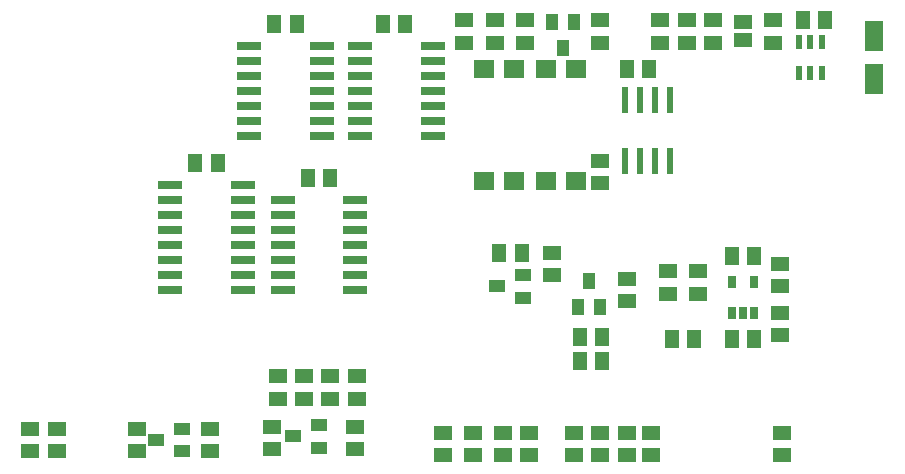
<source format=gbp>
G04 EAGLE Gerber RS-274X export*
G75*
%MOMM*%
%FSLAX34Y34*%
%LPD*%
%INSolderpaste Bottom*%
%IPPOS*%
%AMOC8*
5,1,8,0,0,1.08239X$1,22.5*%
G01*
%ADD10R,1.300000X1.500000*%
%ADD11R,1.500000X1.300000*%
%ADD12R,2.032000X0.660400*%
%ADD13R,1.000000X1.400000*%
%ADD14R,1.780000X1.550000*%
%ADD15R,0.550000X1.200000*%
%ADD16R,1.600200X1.168400*%
%ADD17R,1.600000X2.600000*%
%ADD18R,0.600000X2.200000*%
%ADD19R,1.400000X1.000000*%
%ADD20R,0.690000X0.990000*%


D10*
X387325Y298450D03*
X368325Y298450D03*
X482575Y285750D03*
X463575Y285750D03*
X454000Y415925D03*
X435000Y415925D03*
D11*
X647700Y400075D03*
X647700Y419075D03*
X711200Y419075D03*
X711200Y400075D03*
X622300Y419075D03*
X622300Y400075D03*
D12*
X475234Y396875D03*
X413766Y396875D03*
X475234Y384175D03*
X475234Y371475D03*
X413766Y384175D03*
X413766Y371475D03*
X475234Y358775D03*
X413766Y358775D03*
X475234Y346075D03*
X475234Y333375D03*
X413766Y346075D03*
X413766Y333375D03*
X475234Y320675D03*
X413766Y320675D03*
X569059Y396825D03*
X507591Y396825D03*
X569059Y384125D03*
X569059Y371425D03*
X507591Y384125D03*
X507591Y371425D03*
X569059Y358725D03*
X507591Y358725D03*
X569059Y346025D03*
X569059Y333325D03*
X507591Y346025D03*
X507591Y333325D03*
X569059Y320625D03*
X507591Y320625D03*
X408559Y279400D03*
X347091Y279400D03*
X408559Y266700D03*
X408559Y254000D03*
X347091Y266700D03*
X347091Y254000D03*
X408559Y241300D03*
X347091Y241300D03*
X408559Y228600D03*
X347091Y228600D03*
X408559Y215900D03*
X408559Y203200D03*
X347091Y215900D03*
X347091Y203200D03*
X408559Y190500D03*
X347091Y190500D03*
X503809Y266700D03*
X442341Y266700D03*
X503809Y254000D03*
X503809Y241300D03*
X442341Y254000D03*
X442341Y241300D03*
X503809Y228600D03*
X442341Y228600D03*
X503809Y215900D03*
X503809Y203200D03*
X442341Y215900D03*
X442341Y203200D03*
X503809Y190500D03*
X442341Y190500D03*
D10*
X546075Y415925D03*
X527075Y415925D03*
D13*
X679450Y395400D03*
X688950Y417400D03*
X669950Y417400D03*
D14*
X665163Y377900D03*
X690563Y377900D03*
X690563Y282500D03*
X665163Y282500D03*
D10*
X644500Y222250D03*
X625500Y222250D03*
D11*
X228600Y73000D03*
X228600Y54000D03*
X250825Y73000D03*
X250825Y54000D03*
X793750Y187350D03*
X793750Y206350D03*
D10*
X771550Y149225D03*
X790550Y149225D03*
D11*
X806450Y400075D03*
X806450Y419075D03*
X711200Y300013D03*
X711200Y281013D03*
D10*
X882675Y419100D03*
X901675Y419100D03*
D15*
X898500Y374349D03*
X889000Y374349D03*
X879500Y374349D03*
X879500Y400351D03*
X898500Y400351D03*
X889000Y400351D03*
D11*
X857250Y400075D03*
X857250Y419075D03*
D16*
X831850Y401955D03*
X831850Y417195D03*
D11*
X784225Y400075D03*
X784225Y419075D03*
X762000Y400075D03*
X762000Y419075D03*
D17*
X942975Y405350D03*
X942975Y369350D03*
D18*
X744538Y351438D03*
X744538Y299438D03*
X731838Y351438D03*
X757238Y351438D03*
X769938Y351438D03*
X731838Y299438D03*
X757238Y299438D03*
X769938Y299438D03*
D10*
X752450Y377825D03*
X733450Y377825D03*
D11*
X381000Y73000D03*
X381000Y54000D03*
X503238Y74588D03*
X503238Y55588D03*
D19*
X450963Y66675D03*
X472963Y57175D03*
X472963Y76175D03*
D20*
X841350Y171250D03*
X831850Y171250D03*
X822350Y171250D03*
X822350Y197150D03*
X841350Y197150D03*
D11*
X863600Y212700D03*
X863600Y193700D03*
X863600Y152425D03*
X863600Y171425D03*
D10*
X822350Y149225D03*
X841350Y149225D03*
D11*
X768350Y187350D03*
X768350Y206350D03*
X482600Y117450D03*
X482600Y98450D03*
X504825Y117450D03*
X504825Y98450D03*
X438150Y98450D03*
X438150Y117450D03*
X460375Y117450D03*
X460375Y98450D03*
D10*
X841350Y219075D03*
X822350Y219075D03*
D19*
X335075Y63500D03*
X357075Y54000D03*
X357075Y73000D03*
X624000Y193675D03*
X646000Y184175D03*
X646000Y203175D03*
D11*
X733425Y200000D03*
X733425Y181000D03*
X603250Y50825D03*
X603250Y69825D03*
D13*
X701675Y198325D03*
X692175Y176325D03*
X711175Y176325D03*
D11*
X577850Y50825D03*
X577850Y69825D03*
X669925Y222225D03*
X669925Y203225D03*
X650875Y50825D03*
X650875Y69825D03*
X628650Y69825D03*
X628650Y50825D03*
D14*
X638175Y282500D03*
X612775Y282500D03*
X612775Y377900D03*
X638175Y377900D03*
D11*
X865188Y50825D03*
X865188Y69825D03*
X711200Y69825D03*
X711200Y50825D03*
X733425Y69825D03*
X733425Y50825D03*
X688975Y50825D03*
X688975Y69825D03*
X754063Y50825D03*
X754063Y69825D03*
D10*
X712763Y150813D03*
X693763Y150813D03*
X712763Y130175D03*
X693763Y130175D03*
D11*
X595313Y400075D03*
X595313Y419075D03*
X319088Y54000D03*
X319088Y73000D03*
X433388Y55588D03*
X433388Y74588D03*
M02*

</source>
